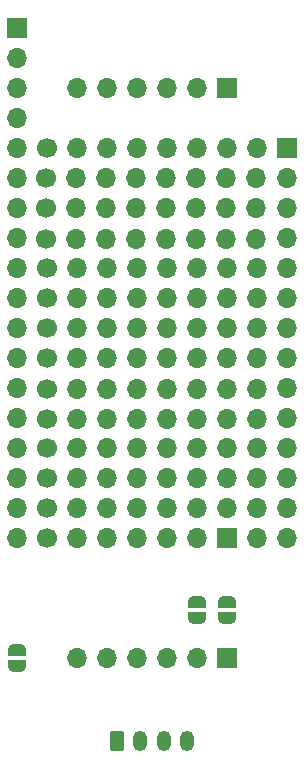
<source format=gbr>
%TF.GenerationSoftware,KiCad,Pcbnew,(6.0.2)*%
%TF.CreationDate,2022-04-15T20:49:01-04:00*%
%TF.ProjectId,firebeetle-shield,66697265-6265-4657-946c-652d73686965,rev?*%
%TF.SameCoordinates,Original*%
%TF.FileFunction,Soldermask,Bot*%
%TF.FilePolarity,Negative*%
%FSLAX46Y46*%
G04 Gerber Fmt 4.6, Leading zero omitted, Abs format (unit mm)*
G04 Created by KiCad (PCBNEW (6.0.2)) date 2022-04-15 20:49:01*
%MOMM*%
%LPD*%
G01*
G04 APERTURE LIST*
G04 Aperture macros list*
%AMRoundRect*
0 Rectangle with rounded corners*
0 $1 Rounding radius*
0 $2 $3 $4 $5 $6 $7 $8 $9 X,Y pos of 4 corners*
0 Add a 4 corners polygon primitive as box body*
4,1,4,$2,$3,$4,$5,$6,$7,$8,$9,$2,$3,0*
0 Add four circle primitives for the rounded corners*
1,1,$1+$1,$2,$3*
1,1,$1+$1,$4,$5*
1,1,$1+$1,$6,$7*
1,1,$1+$1,$8,$9*
0 Add four rect primitives between the rounded corners*
20,1,$1+$1,$2,$3,$4,$5,0*
20,1,$1+$1,$4,$5,$6,$7,0*
20,1,$1+$1,$6,$7,$8,$9,0*
20,1,$1+$1,$8,$9,$2,$3,0*%
%AMFreePoly0*
4,1,20,0.000000,0.744959,0.073905,0.744508,0.209726,0.703889,0.328688,0.626782,0.421226,0.519385,0.479903,0.390333,0.500000,0.250000,0.500000,-0.250000,0.499851,-0.262216,0.476331,-0.402017,0.414519,-0.529596,0.319384,-0.634700,0.198574,-0.708877,0.061801,-0.746166,0.000000,-0.745033,0.000000,-0.750000,-0.500000,-0.750000,-0.500000,0.750000,0.000000,0.750000,0.000000,0.744959,
0.000000,0.744959,$1*%
%AMFreePoly1*
4,1,22,0.500000,-0.750000,0.000000,-0.750000,0.000000,-0.745033,-0.079941,-0.743568,-0.215256,-0.701293,-0.333266,-0.622738,-0.424486,-0.514219,-0.481581,-0.384460,-0.499164,-0.250000,-0.500000,-0.250000,-0.500000,0.250000,-0.499164,0.250000,-0.499963,0.256109,-0.478152,0.396186,-0.417904,0.524511,-0.324060,0.630769,-0.204165,0.706417,-0.067858,0.745374,0.000000,0.744959,0.000000,0.750000,
0.500000,0.750000,0.500000,-0.750000,0.500000,-0.750000,$1*%
G04 Aperture macros list end*
%ADD10R,1.700000X1.700000*%
%ADD11O,1.700000X1.700000*%
%ADD12FreePoly0,90.000000*%
%ADD13FreePoly1,90.000000*%
%ADD14C,1.700000*%
%ADD15FreePoly1,270.000000*%
%ADD16FreePoly0,270.000000*%
%ADD17RoundRect,0.250000X-0.350000X-0.625000X0.350000X-0.625000X0.350000X0.625000X-0.350000X0.625000X0*%
%ADD18O,1.200000X1.750000*%
G04 APERTURE END LIST*
D10*
%TO.C,J1*%
X126455000Y-117790000D03*
D11*
X126455000Y-120330000D03*
X126455000Y-122870000D03*
X126455000Y-125410000D03*
X126455000Y-127950000D03*
X126455000Y-130490000D03*
X126455000Y-133030000D03*
X126455000Y-135570000D03*
X126455000Y-138110000D03*
X126455000Y-140650000D03*
X126455000Y-143190000D03*
X126455000Y-145730000D03*
X126455000Y-148270000D03*
X126455000Y-150810000D03*
%TD*%
D10*
%TO.C,J5*%
X103595000Y-107630000D03*
D11*
X103595000Y-110170000D03*
X103595000Y-112710000D03*
X103595000Y-115250000D03*
X103595000Y-117790000D03*
X103595000Y-120330000D03*
X103595000Y-122870000D03*
X103595000Y-125410000D03*
X103595000Y-127950000D03*
X103595000Y-130490000D03*
X103595000Y-133030000D03*
X103595000Y-135570000D03*
X103595000Y-138110000D03*
X103595000Y-140650000D03*
X103595000Y-143190000D03*
X103595000Y-145730000D03*
X103595000Y-148270000D03*
X103595000Y-150810000D03*
%TD*%
D12*
%TO.C,JP2*%
X118810000Y-156246000D03*
D13*
X118810000Y-157546000D03*
%TD*%
%TO.C,JP1*%
X121350000Y-157546000D03*
D12*
X121350000Y-156246000D03*
%TD*%
D11*
%TO.C,REF\u002A\u002A*%
X123890000Y-150800000D03*
X123831342Y-122860000D03*
X123849092Y-148268322D03*
X123831342Y-120320000D03*
X123849092Y-138135709D03*
X123849092Y-140684031D03*
X123849092Y-133020000D03*
X123849092Y-135560000D03*
X123890000Y-117780000D03*
X123831342Y-125471143D03*
X123849092Y-143180000D03*
X123849092Y-145720000D03*
X123890000Y-127940000D03*
X123849092Y-130480000D03*
X121309092Y-148268322D03*
X121309092Y-138135709D03*
X121350000Y-127940000D03*
X121309092Y-140684031D03*
X121291342Y-120320000D03*
X121309092Y-130480000D03*
X121291342Y-125471143D03*
X121309092Y-135560000D03*
X121309092Y-133020000D03*
X121350000Y-117780000D03*
X121291342Y-122860000D03*
D10*
X121350000Y-150800000D03*
D11*
X121309092Y-143180000D03*
X121309092Y-145720000D03*
X118769092Y-143180000D03*
X118810000Y-150800000D03*
X118810000Y-117780000D03*
X118769092Y-145720000D03*
X118751342Y-122860000D03*
X118810000Y-127940000D03*
X118769092Y-138135709D03*
X118751342Y-125471143D03*
X118769092Y-140684031D03*
X118769092Y-135560000D03*
X118751342Y-120320000D03*
X118769092Y-133020000D03*
X118769092Y-148268322D03*
X118769092Y-130480000D03*
X116211342Y-122860000D03*
X116229092Y-148268322D03*
X116229092Y-140684031D03*
X116211342Y-120320000D03*
X116229092Y-135560000D03*
X116229092Y-143180000D03*
X116229092Y-138135709D03*
X116229092Y-130480000D03*
X116270000Y-150800000D03*
X116270000Y-127940000D03*
X116270000Y-117780000D03*
X116211342Y-125471143D03*
X116229092Y-145720000D03*
X116229092Y-133020000D03*
X113689092Y-148268322D03*
X113689092Y-143180000D03*
X113689092Y-133020000D03*
X113689092Y-138135709D03*
X113689092Y-140684031D03*
X113730000Y-150800000D03*
X113671342Y-125471143D03*
X113689092Y-135560000D03*
X113689092Y-145720000D03*
X113689092Y-130480000D03*
X113730000Y-127940000D03*
X113671342Y-120320000D03*
X113671342Y-122860000D03*
X113730000Y-117780000D03*
X111190000Y-117780000D03*
X111149092Y-148268322D03*
X111149092Y-145720000D03*
X111149092Y-135560000D03*
X111149092Y-130480000D03*
X111190000Y-150800000D03*
X111190000Y-127940000D03*
X111131342Y-120320000D03*
X111149092Y-138135709D03*
X111131342Y-122860000D03*
X111131342Y-125471143D03*
X111149092Y-140684031D03*
X111149092Y-143180000D03*
X111149092Y-133020000D03*
X108591342Y-120320000D03*
X108650000Y-150800000D03*
X108609092Y-138135709D03*
X108650000Y-117780000D03*
X108609092Y-143180000D03*
X108591342Y-125471143D03*
X108609092Y-148268322D03*
X108609092Y-130480000D03*
X108609092Y-135560000D03*
X108591342Y-122860000D03*
X108609092Y-133020000D03*
X108650000Y-127940000D03*
X108609092Y-140684031D03*
X108609092Y-145720000D03*
D14*
X106069092Y-133020000D03*
X106069092Y-135560000D03*
X106069092Y-143180000D03*
X106110000Y-150800000D03*
X106110000Y-117780000D03*
X106069092Y-138135709D03*
X106069092Y-148268322D03*
X106069092Y-145720000D03*
X106069092Y-140684031D03*
X106069092Y-130480000D03*
X106051342Y-122860000D03*
X106110000Y-127940000D03*
X106051342Y-125471143D03*
X106051342Y-120320000D03*
%TD*%
D15*
%TO.C,JP3*%
X103570000Y-160310000D03*
D16*
X103570000Y-161610000D03*
%TD*%
D10*
%TO.C,J2*%
X121350000Y-160960000D03*
D11*
X118810000Y-160960000D03*
X116270000Y-160960000D03*
X113730000Y-160960000D03*
X111190000Y-160960000D03*
X108650000Y-160960000D03*
%TD*%
D17*
%TO.C,J3*%
X112000000Y-168000000D03*
D18*
X114000000Y-168000000D03*
X116000000Y-168000000D03*
X118000000Y-168000000D03*
%TD*%
D10*
%TO.C,J4*%
X121350000Y-112700000D03*
D11*
X118810000Y-112700000D03*
X116270000Y-112700000D03*
X113730000Y-112700000D03*
X111190000Y-112700000D03*
X108650000Y-112700000D03*
%TD*%
M02*

</source>
